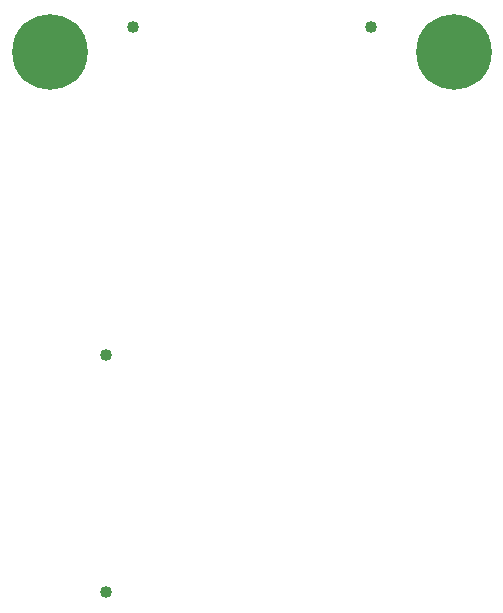
<source format=gbr>
%TF.GenerationSoftware,KiCad,Pcbnew,7.0.1*%
%TF.CreationDate,2023-08-08T21:16:00-04:00*%
%TF.ProjectId,syzygy-txr-to-std,73797a79-6779-42d7-9478-722d746f2d73,rev?*%
%TF.SameCoordinates,Original*%
%TF.FileFunction,Soldermask,Bot*%
%TF.FilePolarity,Negative*%
%FSLAX46Y46*%
G04 Gerber Fmt 4.6, Leading zero omitted, Abs format (unit mm)*
G04 Created by KiCad (PCBNEW 7.0.1) date 2023-08-08 21:16:00*
%MOMM*%
%LPD*%
G01*
G04 APERTURE LIST*
%ADD10C,1.020000*%
%ADD11C,6.400000*%
G04 APERTURE END LIST*
D10*
%TO.C,J1*%
X142638000Y-94007800D03*
X142638000Y-114137800D03*
%TD*%
D11*
%TO.C,H2*%
X137871201Y-68401399D03*
%TD*%
D10*
%TO.C,J2*%
X144956601Y-66274999D03*
X165086601Y-66274999D03*
%TD*%
D11*
%TO.C,H1*%
X172059601Y-68401399D03*
%TD*%
M02*

</source>
